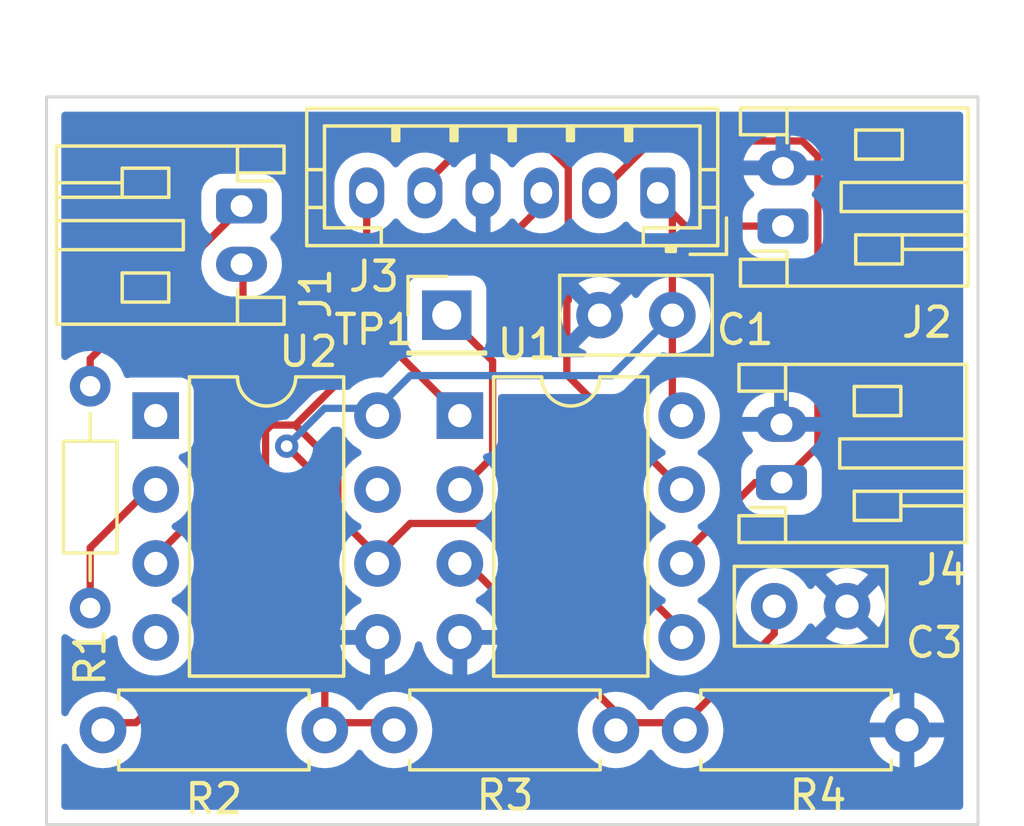
<source format=kicad_pcb>
(kicad_pcb (version 20211014) (generator pcbnew)
  (title_block (title "cellmon") (date "11/4/2022") (rev "0") (comment 1 "First go"))
  (layers (0 "F.Cu" signal) (31 "B.Cu" signal) (34 "B.Paste" user) (35 "F.Paste" user) (36 "B.SilkS" user "B.Silkscreen") (37 "F.SilkS" user "F.Silkscreen") (38 "B.Mask" user) (39 "F.Mask" user) (44 "Edge.Cuts" user))
  (net 0 "")
  (net 1 "VCC")
  (net 2 "GND")
  (net 3 "Net-(J1-Pad1)")
  (net 4 "Net-(J1-Pad2)")
  (net 5 "/Tx{slash}MISO")
  (net 6 "/RST")
  (net 7 "/SCK")
  (net 8 "/Rx{slash}MOSI")
  (net 9 "Net-(R1-Pad2)")
  (net 13 "Net-(C3-Pad1)")
  (net 14 "Net-(TP1-Pad1)")
  (footprint "Connector_JST:JST_PH_S2B-PH-K_1x02_P2.00mm_Horizontal" (layer "F.Cu") (at 145.25 73.25 90)
    (fp_text reference "J4" (at -3 5.5) (layer "F.SilkS"))
    (fp_text value "Conn_01x02_Male")
    (fp_line (start -0.3 4.1) (end -0.3 2.5) (layer "F.SilkS") (width 0.12))
    (fp_line (start -2.06 -1.46) (end -2.06 6.36) (layer "F.SilkS") (width 0.12))
    (fp_line (start 4.06 0.14) (end 3.14 0.14) (layer "F.SilkS") (width 0.12))
    (fp_line (start -1.14 0.14) (end -1.14 -1.46) (layer "F.SilkS") (width 0.12))
    (fp_line (start 2.3 2.5) (end 3.3 2.5) (layer "F.SilkS") (width 0.12))
    (fp_line (start 3.14 0.14) (end 2.86 0.14) (layer "F.SilkS") (width 0.12))
    (fp_line (start -0.86 0.14) (end -0.86 -1.075) (layer "F.SilkS") (width 0.12))
    (fp_line (start 3.3 2.5) (end 3.3 4.1) (layer "F.SilkS") (width 0.12))
    (fp_line (start 3.3 4.1) (end 2.3 4.1) (layer "F.SilkS") (width 0.12))
    (fp_line (start -0.86 0.14) (end -1.14 0.14) (layer "F.SilkS") (width 0.12))
    (fp_line (start -1.3 4.1) (end -0.3 4.1) (layer "F.SilkS") (width 0.12))
    (fp_line (start -1.3 2.5) (end -1.3 4.1) (layer "F.SilkS") (width 0.12))
    (fp_line (start 0.5 6.36) (end 0.5 2) (layer "F.SilkS") (width 0.12))
    (fp_line (start -0.3 4.1) (end -0.3 6.36) (layer "F.SilkS") (width 0.12))
    (fp_line (start 0.5 2) (end 1.5 2) (layer "F.SilkS") (width 0.12))
    (fp_line (start -1.14 -1.46) (end -2.06 -1.46) (layer "F.SilkS") (width 0.12))
    (fp_line (start 3.14 -1.46) (end 3.14 0.14) (layer "F.SilkS") (width 0.12))
    (fp_line (start 1.5 2) (end 1.5 6.36) (layer "F.SilkS") (width 0.12))
    (fp_line (start 4.06 6.36) (end 4.06 -1.46) (layer "F.SilkS") (width 0.12))
    (fp_line (start -2.06 0.14) (end -1.14 0.14) (layer "F.SilkS") (width 0.12))
    (fp_line (start -2.06 6.36) (end 4.06 6.36) (layer "F.SilkS") (width 0.12))
    (fp_line (start -0.3 2.5) (end -1.3 2.5) (layer "F.SilkS") (width 0.12))
    (fp_line (start -0.8 4.1) (end -0.8 6.36) (layer "F.SilkS") (width 0.12))
    (fp_line (start 2.3 4.1) (end 2.3 2.5) (layer "F.SilkS") (width 0.12))
    (fp_line (start 4.06 -1.46) (end 3.14 -1.46) (layer "F.SilkS") (width 0.12))
    (pad "1" thru_hole roundrect (at 0 0 90) (size 1.2 1.75) (drill 0.75) (layers *.Cu *.Mask) (roundrect_rratio 0.208333) (net 5 "/Tx{slash}MISO"))
    (pad "2" thru_hole oval (at 2 0 90) (size 1.2 1.75) (drill 0.75) (layers *.Cu *.Mask) (net 2 "GND"))
  )
  (footprint "Resistor_THT:R_Axial_DIN0207_L6.3mm_D2.5mm_P7.62mm_Horizontal" (layer "F.Cu") (at 141.94 81.75)
    (fp_text reference "R4" (at 4.56 2.25) (layer "F.SilkS"))
    (fp_text value "10K 1%")
    (fp_line (start 0.54 1.04) (end 0.54 1.37) (layer "F.SilkS") (width 0.12))
    (fp_line (start 0.54 -1.37) (end 7.08 -1.37) (layer "F.SilkS") (width 0.12))
    (fp_line (start 0.54 -1.04) (end 0.54 -1.37) (layer "F.SilkS") (width 0.12))
    (fp_line (start 0.54 1.37) (end 7.08 1.37) (layer "F.SilkS") (width 0.12))
    (fp_line (start 7.08 1.37) (end 7.08 1.04) (layer "F.SilkS") (width 0.12))
    (fp_line (start 7.08 -1.37) (end 7.08 -1.04) (layer "F.SilkS") (width 0.12))
    (pad "1" thru_hole circle (at 0 0) (size 1.6 1.6) (drill 0.8) (layers *.Cu *.Mask) (net 13 "Net-(C3-Pad1)"))
    (pad "2" thru_hole oval (at 7.62 0) (size 1.6 1.6) (drill 0.8) (layers *.Cu *.Mask) (net 2 "GND"))
  )
  (footprint "Package_DIP:DIP-8_W7.62mm" (layer "F.Cu") (at 123.75 70.95)
    (fp_text reference "U2" (at 5.25 -2.2) (layer "F.SilkS"))
    (fp_text value "6N136")
    (fp_line (start 6.46 8.95) (end 6.46 -1.33) (layer "F.SilkS") (width 0.12))
    (fp_line (start 6.46 -1.33) (end 4.81 -1.33) (layer "F.SilkS") (width 0.12))
    (fp_line (start 1.16 -1.33) (end 1.16 8.95) (layer "F.SilkS") (width 0.12))
    (fp_line (start 2.81 -1.33) (end 1.16 -1.33) (layer "F.SilkS") (width 0.12))
    (fp_line (start 1.16 8.95) (end 6.46 8.95) (layer "F.SilkS") (width 0.12))
    (fp_arc (start 4.81 -1.33) (mid 3.81 -0.33) (end 2.81 -1.33) (layer "F.SilkS") (width 0.12))
    (pad "1" thru_hole rect (at 0 0) (size 1.6 1.6) (drill 0.8) (layers *.Cu *.Mask))
    (pad "2" thru_hole oval (at 0 2.54) (size 1.6 1.6) (drill 0.8) (layers *.Cu *.Mask) (net 9 "Net-(R1-Pad2)"))
    (pad "3" thru_hole oval (at 0 5.08) (size 1.6 1.6) (drill 0.8) (layers *.Cu *.Mask) (net 4 "Net-(J1-Pad2)"))
    (pad "4" thru_hole oval (at 0 7.62) (size 1.6 1.6) (drill 0.8) (layers *.Cu *.Mask))
    (pad "5" thru_hole oval (at 7.62 7.62) (size 1.6 1.6) (drill 0.8) (layers *.Cu *.Mask) (net 2 "GND"))
    (pad "6" thru_hole oval (at 7.62 5.08) (size 1.6 1.6) (drill 0.8) (layers *.Cu *.Mask) (net 8 "/Rx{slash}MOSI"))
    (pad "7" thru_hole oval (at 7.62 2.54) (size 1.6 1.6) (drill 0.8) (layers *.Cu *.Mask))
    (pad "8" thru_hole oval (at 7.62 0) (size 1.6 1.6) (drill 0.8) (layers *.Cu *.Mask) (net 1 "VCC"))
  )
  (footprint "Capacitor_THT:C_Disc_D5.0mm_W2.5mm_P2.50mm" (layer "F.Cu") (at 145 77.5)
    (fp_text reference "C3" (at 5.5 1.25) (layer "F.SilkS"))
    (fp_text value "100nF")
    (fp_line (start 3.87 -1.37) (end 3.87 1.37) (layer "F.SilkS") (width 0.12))
    (fp_line (start -1.37 1.37) (end 3.87 1.37) (layer "F.SilkS") (width 0.12))
    (fp_line (start -1.37 -1.37) (end 3.87 -1.37) (layer "F.SilkS") (width 0.12))
    (fp_line (start -1.37 -1.37) (end -1.37 1.37) (layer "F.SilkS") (width 0.12))
    (pad "1" thru_hole circle (at 0 0) (size 1.6 1.6) (drill 0.8) (layers *.Cu *.Mask) (net 13 "Net-(C3-Pad1)"))
    (pad "2" thru_hole circle (at 2.5 0) (size 1.6 1.6) (drill 0.8) (layers *.Cu *.Mask) (net 2 "GND"))
  )
  (footprint "Connector_JST:JST_PH_B6B-PH-K_1x06_P2.00mm_Vertical" (layer "F.Cu") (at 141 63.3 180)
    (fp_text reference "J3" (at 9.75 -2.87) (layer "F.SilkS"))
    (fp_text value "Conn_01x06")
    (fp_line (start 2.9 1.8) (end 3.1 1.8) (layer "F.SilkS") (width 0.12))
    (fp_line (start 0.9 2.3) (end 0.9 1.8) (layer "F.SilkS") (width 0.12))
    (fp_line (start 9.1 1.8) (end 9.1 2.3) (layer "F.SilkS") (width 0.12))
    (fp_line (start -2.06 -0.5) (end -1.45 -0.5) (layer "F.SilkS") (width 0.12))
    (fp_line (start -2.06 2.91) (end 12.06 2.91) (layer "F.SilkS") (width 0.12))
    (fp_line (start 9.5 -1.2) (end 9.5 -1.81) (layer "F.SilkS") (width 0.12))
    (fp_line (start 1 2.3) (end 1 1.8) (layer "F.SilkS") (width 0.12))
    (fp_line (start -2.36 -2.11) (end -2.36 -0.86) (layer "F.SilkS") (width 0.12))
    (fp_line (start 12.06 -0.5) (end 11.45 -0.5) (layer "F.SilkS") (width 0.12))
    (fp_line (start 9 2.3) (end 9 1.8) (layer "F.SilkS") (width 0.12))
    (fp_line (start 5.1 1.8) (end 5.1 2.3) (layer "F.SilkS") (width 0.12))
    (fp_line (start 0.5 -1.81) (end 0.5 -1.2) (layer "F.SilkS") (width 0.12))
    (fp_line (start 7 2.3) (end 7 1.8) (layer "F.SilkS") (width 0.12))
    (fp_line (start 1.1 1.8) (end 1.1 2.3) (layer "F.SilkS") (width 0.12))
    (fp_line (start -2.06 -1.81) (end -2.06 2.91) (layer "F.SilkS") (width 0.12))
    (fp_line (start -0.6 -2.01) (end -0.6 -1.81) (layer "F.SilkS") (width 0.12))
    (fp_line (start 6.9 2.3) (end 6.9 1.8) (layer "F.SilkS") (width 0.12))
    (fp_line (start -1.11 -2.11) (end -2.36 -2.11) (layer "F.SilkS") (width 0.12))
    (fp_line (start 3.1 1.8) (end 3.1 2.3) (layer "F.SilkS") (width 0.12))
    (fp_line (start 8.9 1.8) (end 9.1 1.8) (layer "F.SilkS") (width 0.12))
    (fp_line (start -0.3 -1.81) (end -0.3 -2.01) (layer "F.SilkS") (width 0.12))
    (fp_line (start 11.45 -1.2) (end 9.5 -1.2) (layer "F.SilkS") (width 0.12))
    (fp_line (start 12.06 2.91) (end 12.06 -1.81) (layer "F.SilkS") (width 0.12))
    (fp_line (start 8.9 2.3) (end 8.9 1.8) (layer "F.SilkS") (width 0.12))
    (fp_line (start 12.06 -1.81) (end -2.06 -1.81) (layer "F.SilkS") (width 0.12))
    (fp_line (start -0.3 -1.91) (end -0.6 -1.91) (layer "F.SilkS") (width 0.12))
    (fp_line (start 4.9 1.8) (end 5.1 1.8) (layer "F.SilkS") (width 0.12))
    (fp_line (start 5 2.3) (end 5 1.8) (layer "F.SilkS") (width 0.12))
    (fp_line (start 3 2.3) (end 3 1.8) (layer "F.SilkS") (width 0.12))
    (fp_line (start 2.9 2.3) (end 2.9 1.8) (layer "F.SilkS") (width 0.12))
    (fp_line (start 7.1 1.8) (end 7.1 2.3) (layer "F.SilkS") (width 0.12))
    (fp_line (start -2.06 0.8) (end -1.45 0.8) (layer "F.SilkS") (width 0.12))
    (fp_line (start 4.9 2.3) (end 4.9 1.8) (layer "F.SilkS") (width 0.12))
    (fp_line (start -1.45 2.3) (end 11.45 2.3) (layer "F.SilkS") (width 0.12))
    (fp_line (start 6.9 1.8) (end 7.1 1.8) (layer "F.SilkS") (width 0.12))
    (fp_line (start 0.9 1.8) (end 1.1 1.8) (layer "F.SilkS") (width 0.12))
    (fp_line (start 11.45 2.3) (end 11.45 -1.2) (layer "F.SilkS") (width 0.12))
    (fp_line (start 0.5 -1.2) (end -1.45 -1.2) (layer "F.SilkS") (width 0.12))
    (fp_line (start -1.45 -1.2) (end -1.45 2.3) (layer "F.SilkS") (width 0.12))
    (fp_line (start 12.06 0.8) (end 11.45 0.8) (layer "F.SilkS") (width 0.12))
    (fp_line (start -0.3 -2.01) (end -0.6 -2.01) (layer "F.SilkS") (width 0.12))
    (pad "1" thru_hole roundrect (at 0 0 180) (size 1.2 1.75) (drill 0.75) (layers *.Cu *.Mask) (roundrect_rratio 0.208333) (net 1 "VCC"))
    (pad "2" thru_hole oval (at 2 0 180) (size 1.2 1.75) (drill 0.75) (layers *.Cu *.Mask) (net 5 "/Tx{slash}MISO"))
    (pad "3" thru_hole oval (at 4 0 180) (size 1.2 1.75) (drill 0.75) (layers *.Cu *.Mask) (net 6 "/RST"))
    (pad "4" thru_hole oval (at 6 0 180) (size 1.2 1.75) (drill 0.75) (layers *.Cu *.Mask) (net 2 "GND"))
    (pad "5" thru_hole oval (at 8 0 180) (size 1.2 1.75) (drill 0.75) (layers *.Cu *.Mask) (net 7 "/SCK"))
    (pad "6" thru_hole oval (at 10 0 180) (size 1.2 1.75) (drill 0.75) (layers *.Cu *.Mask) (net 8 "/Rx{slash}MOSI"))
  )
  (footprint "Connector_JST:JST_PH_S2B-PH-K_1x02_P2.00mm_Horizontal" (layer "F.Cu") (at 145.3 64.44 90)
    (fp_text reference "J2" (at -3.31 4.95 180) (layer "F.SilkS"))
    (fp_text value "Conn_01x02_Male")
    (fp_line (start 2.3 2.5) (end 3.3 2.5) (layer "F.SilkS") (width 0.12))
    (fp_line (start 0.5 6.36) (end 0.5 2) (layer "F.SilkS") (width 0.12))
    (fp_line (start -1.3 4.1) (end -0.3 4.1) (layer "F.SilkS") (width 0.12))
    (fp_line (start 4.06 6.36) (end 4.06 -1.46) (layer "F.SilkS") (width 0.12))
    (fp_line (start 3.3 4.1) (end 2.3 4.1) (layer "F.SilkS") (width 0.12))
    (fp_line (start -0.3 4.1) (end -0.3 2.5) (layer "F.SilkS") (width 0.12))
    (fp_line (start 0.5 2) (end 1.5 2) (layer "F.SilkS") (width 0.12))
    (fp_line (start -2.06 -1.46) (end -2.06 6.36) (layer "F.SilkS") (width 0.12))
    (fp_line (start -0.8 4.1) (end -0.8 6.36) (layer "F.SilkS") (width 0.12))
    (fp_line (start 4.06 -1.46) (end 3.14 -1.46) (layer "F.SilkS") (width 0.12))
    (fp_line (start -0.3 2.5) (end -1.3 2.5) (layer "F.SilkS") (width 0.12))
    (fp_line (start 3.14 0.14) (end 2.86 0.14) (layer "F.SilkS") (width 0.12))
    (fp_line (start 4.06 0.14) (end 3.14 0.14) (layer "F.SilkS") (width 0.12))
    (fp_line (start -0.86 0.14) (end -1.14 0.14) (layer "F.SilkS") (width 0.12))
    (fp_line (start -1.14 -1.46) (end -2.06 -1.46) (layer "F.SilkS") (width 0.12))
    (fp_line (start -0.3 4.1) (end -0.3 6.36) (layer "F.SilkS") (width 0.12))
    (fp_line (start -2.06 6.36) (end 4.06 6.36) (layer "F.SilkS") (width 0.12))
    (fp_line (start -1.3 2.5) (end -1.3 4.1) (layer "F.SilkS") (width 0.12))
    (fp_line (start 3.3 2.5) (end 3.3 4.1) (layer "F.SilkS") (width 0.12))
    (fp_line (start 2.3 4.1) (end 2.3 2.5) (layer "F.SilkS") (width 0.12))
    (fp_line (start -0.86 0.14) (end -0.86 -1.075) (layer "F.SilkS") (width 0.12))
    (fp_line (start 1.5 2) (end 1.5 6.36) (layer "F.SilkS") (width 0.12))
    (fp_line (start 3.14 -1.46) (end 3.14 0.14) (layer "F.SilkS") (width 0.12))
    (fp_line (start -2.06 0.14) (end -1.14 0.14) (layer "F.SilkS") (width 0.12))
    (fp_line (start -1.14 0.14) (end -1.14 -1.46) (layer "F.SilkS") (width 0.12))
    (pad "1" thru_hole roundrect (at 0 0 90) (size 1.2 1.75) (drill 0.75) (layers *.Cu *.Mask) (roundrect_rratio 0.208333) (net 1 "VCC"))
    (pad "2" thru_hole oval (at 2 0 90) (size 1.2 1.75) (drill 0.75) (layers *.Cu *.Mask) (net 2 "GND"))
  )
  (footprint "Capacitor_THT:C_Disc_D5.0mm_W2.5mm_P2.50mm" (layer "F.Cu") (at 141.5 67.5 180)
    (fp_text reference "C1" (at -2.5 -0.5) (layer "F.SilkS"))
    (fp_text value "10uF")
    (fp_line (start -1.37 -1.37) (end -1.37 1.37) (layer "F.SilkS") (width 0.12))
    (fp_line (start -1.37 1.37) (end 3.87 1.37) (layer "F.SilkS") (width 0.12))
    (fp_line (start -1.37 -1.37) (end 3.87 -1.37) (layer "F.SilkS") (width 0.12))
    (fp_line (start 3.87 -1.37) (end 3.87 1.37) (layer "F.SilkS") (width 0.12))
    (pad "1" thru_hole circle (at 0 0 180) (size 1.6 1.6) (drill 0.8) (layers *.Cu *.Mask) (net 1 "VCC"))
    (pad "2" thru_hole circle (at 2.5 0 180) (size 1.6 1.6) (drill 0.8) (layers *.Cu *.Mask) (net 2 "GND"))
  )
  (footprint "Resistor_THT:R_Axial_DIN0207_L6.3mm_D2.5mm_P7.62mm_Horizontal" (layer "F.Cu") (at 129.56 81.75 180)
    (fp_text reference "R2" (at 3.81 -2.37 180) (layer "F.SilkS"))
    (fp_text value "10K")
    (fp_line (start 0.54 1.04) (end 0.54 1.37) (layer "F.SilkS") (width 0.12))
    (fp_line (start 7.08 -1.37) (end 7.08 -1.04) (layer "F.SilkS") (width 0.12))
    (fp_line (start 7.08 1.37) (end 7.08 1.04) (layer "F.SilkS") (width 0.12))
    (fp_line (start 0.54 -1.37) (end 7.08 -1.37) (layer "F.SilkS") (width 0.12))
    (fp_line (start 0.54 1.37) (end 7.08 1.37) (layer "F.SilkS") (width 0.12))
    (fp_line (start 0.54 -1.04) (end 0.54 -1.37) (layer "F.SilkS") (width 0.12))
    (pad "1" thru_hole circle (at 0 0 180) (size 1.6 1.6) (drill 0.8) (layers *.Cu *.Mask) (net 1 "VCC"))
    (pad "2" thru_hole oval (at 7.62 0 180) (size 1.6 1.6) (drill 0.8) (layers *.Cu *.Mask) (net 8 "/Rx{slash}MOSI"))
  )
  (footprint "Resistor_THT:R_Axial_DIN0204_L3.6mm_D1.6mm_P7.62mm_Horizontal" (layer "F.Cu") (at 121.5 69.94 -90)
    (fp_text reference "R1" (at 9.31 0 90) (layer "F.SilkS"))
    (fp_text value "2K2")
    (fp_line (start 5.73 0.92) (end 5.73 -0.92) (layer "F.SilkS") (width 0.12))
    (fp_line (start 5.73 -0.92) (end 1.89 -0.92) (layer "F.SilkS") (width 0.12))
    (fp_line (start 1.89 0.92) (end 5.73 0.92) (layer "F.SilkS") (width 0.12))
    (fp_line (start 6.68 0) (end 5.73 0) (layer "F.SilkS") (width 0.12))
    (fp_line (start 0.94 0) (end 1.89 0) (layer "F.SilkS") (width 0.12))
    (fp_line (start 1.89 -0.92) (end 1.89 0.92) (layer "F.SilkS") (width 0.12))
    (pad "1" thru_hole circle (at 0 0 270) (size 1.4 1.4) (drill 0.7) (layers *.Cu *.Mask) (net 3 "Net-(J1-Pad1)"))
    (pad "2" thru_hole oval (at 7.62 0 270) (size 1.4 1.4) (drill 0.7) (layers *.Cu *.Mask) (net 9 "Net-(R1-Pad2)"))
  )
  (footprint "Connector_JST:JST_PH_S2B-PH-K_1x02_P2.00mm_Horizontal" (layer "F.Cu") (at 126.7 63.75 -90)
    (fp_text reference "J1" (at 3 -2.55 -90) (layer "F.SilkS"))
    (fp_text value "Conn_01x02_Male")
    (fp_line (start -1.14 0.14) (end -1.14 -1.46) (layer "F.SilkS") (width 0.12))
    (fp_line (start -1.14 -1.46) (end -2.06 -1.46) (layer "F.SilkS") (width 0.12))
    (fp_line (start 2.3 4.1) (end 2.3 2.5) (layer "F.SilkS") (width 0.12))
    (fp_line (start 4.06 6.36) (end 4.06 -1.46) (layer "F.SilkS") (width 0.12))
    (fp_line (start 0.5 2) (end 1.5 2) (layer "F.SilkS") (width 0.12))
    (fp_line (start 3.3 2.5) (end 3.3 4.1) (layer "F.SilkS") (width 0.12))
    (fp_line (start -0.3 2.5) (end -1.3 2.5) (layer "F.SilkS") (width 0.12))
    (fp_line (start -2.06 0.14) (end -1.14 0.14) (layer "F.SilkS") (width 0.12))
    (fp_line (start -0.3 4.1) (end -0.3 2.5) (layer "F.SilkS") (width 0.12))
    (fp_line (start 3.14 0.14) (end 2.86 0.14) (layer "F.SilkS") (width 0.12))
    (fp_line (start 2.3 2.5) (end 3.3 2.5) (layer "F.SilkS") (width 0.12))
    (fp_line (start -0.86 0.14) (end -1.14 0.14) (layer "F.SilkS") (width 0.12))
    (fp_line (start 4.06 -1.46) (end 3.14 -1.46) (layer "F.SilkS") (width 0.12))
    (fp_line (start 3.14 -1.46) (end 3.14 0.14) (layer "F.SilkS") (width 0.12))
    (fp_line (start -0.8 4.1) (end -0.8 6.36) (layer "F.SilkS") (width 0.12))
    (fp_line (start -2.06 6.36) (end 4.06 6.36) (layer "F.SilkS") (width 0.12))
    (fp_line (start 3.3 4.1) (end 2.3 4.1) (layer "F.SilkS") (width 0.12))
    (fp_line (start -1.3 2.5) (end -1.3 4.1) (layer "F.SilkS") (width 0.12))
    (fp_line (start -2.06 -1.46) (end -2.06 6.36) (layer "F.SilkS") (width 0.12))
    (fp_line (start 0.5 6.36) (end 0.5 2) (layer "F.SilkS") (width 0.12))
    (fp_line (start 1.5 2) (end 1.5 6.36) (layer "F.SilkS") (width 0.12))
    (fp_line (start -0.3 4.1) (end -0.3 6.36) (layer "F.SilkS") (width 0.12))
    (fp_line (start -0.86 0.14) (end -0.86 -1.075) (layer "F.SilkS") (width 0.12))
    (fp_line (start -1.3 4.1) (end -0.3 4.1) (layer "F.SilkS") (width 0.12))
    (fp_line (start 4.06 0.14) (end 3.14 0.14) (layer "F.SilkS") (width 0.12))
    (pad "1" thru_hole roundrect (at 0 0 270) (size 1.2 1.75) (drill 0.75) (layers *.Cu *.Mask) (roundrect_rratio 0.208333) (net 3 "Net-(J1-Pad1)"))
    (pad "2" thru_hole oval (at 2 0 270) (size 1.2 1.75) (drill 0.75) (layers *.Cu *.Mask) (net 4 "Net-(J1-Pad2)"))
  )
  (footprint "Resistor_THT:R_Axial_DIN0207_L6.3mm_D2.5mm_P7.62mm_Horizontal" (layer "F.Cu") (at 131.94 81.75)
    (fp_text reference "R3" (at 3.81 2.25) (layer "F.SilkS"))
    (fp_text value "33K 1%")
    (fp_line (start 0.54 1.04) (end 0.54 1.37) (layer "F.SilkS") (width 0.12))
    (fp_line (start 0.54 -1.04) (end 0.54 -1.37) (layer "F.SilkS") (width 0.12))
    (fp_line (start 0.54 -1.37) (end 7.08 -1.37) (layer "F.SilkS") (width 0.12))
    (fp_line (start 0.54 1.37) (end 7.08 1.37) (layer "F.SilkS") (width 0.12))
    (fp_line (start 7.08 1.37) (end 7.08 1.04) (layer "F.SilkS") (width 0.12))
    (fp_line (start 7.08 -1.37) (end 7.08 -1.04) (layer "F.SilkS") (width 0.12))
    (pad "1" thru_hole circle (at 0 0) (size 1.6 1.6) (drill 0.8) (layers *.Cu *.Mask) (net 1 "VCC"))
    (pad "2" thru_hole oval (at 7.62 0) (size 1.6 1.6) (drill 0.8) (layers *.Cu *.Mask) (net 13 "Net-(C3-Pad1)"))
  )
  (footprint "Package_DIP:DIP-8_W7.62mm" (layer "F.Cu") (at 134.2 70.95)
    (fp_text reference "U1" (at 2.3 -2.45) (layer "F.SilkS"))
    (fp_text value "ATtiny85V-10S")
    (fp_line (start 1.16 -1.33) (end 1.16 8.95) (layer "F.SilkS") (width 0.12))
    (fp_line (start 6.46 8.95) (end 6.46 -1.33) (layer "F.SilkS") (width 0.12))
    (fp_line (start 2.81 -1.33) (end 1.16 -1.33) (layer "F.SilkS") (width 0.12))
    (fp_line (start 6.46 -1.33) (end 4.81 -1.33) (layer "F.SilkS") (width 0.12))
    (fp_line (start 1.16 8.95) (end 6.46 8.95) (layer "F.SilkS") (width 0.12))
    (fp_arc (start 4.81 -1.33) (mid 3.81 -0.33) (end 2.81 -1.33) (layer "F.SilkS") (width 0.12))
    (pad "1" thru_hole rect (at 0 0) (size 1.6 1.6) (drill 0.8) (layers *.Cu *.Mask) (net 6 "/RST"))
    (pad "2" thru_hole oval (at 0 2.54) (size 1.6 1.6) (drill 0.8) (layers *.Cu *.Mask) (net 14 "Net-(TP1-Pad1)"))
    (pad "3" thru_hole oval (at 0 5.08) (size 1.6 1.6) (drill 0.8) (layers *.Cu *.Mask) (net 13 "Net-(C3-Pad1)"))
    (pad "4" thru_hole oval (at 0 7.62) (size 1.6 1.6) (drill 0.8) (layers *.Cu *.Mask) (net 2 "GND"))
    (pad "5" thru_hole oval (at 7.62 7.62) (size 1.6 1.6) (drill 0.8) (layers *.Cu *.Mask) (net 8 "/Rx{slash}MOSI"))
    (pad "6" thru_hole oval (at 7.62 5.08) (size 1.6 1.6) (drill 0.8) (layers *.Cu *.Mask) (net 5 "/Tx{slash}MISO"))
    (pad "7" thru_hole oval (at 7.62 2.54) (size 1.6 1.6) (drill 0.8) (layers *.Cu *.Mask) (net 7 "/SCK"))
    (pad "8" thru_hole oval (at 7.62 0) (size 1.6 1.6) (drill 0.8) (layers *.Cu *.Mask) (net 1 "VCC"))
  )
  (footprint "Connector_PinHeader_2.54mm:PinHeader_1x01_P2.54mm_Vertical" (layer "F.Cu") (at 133.75 67.5)
    (fp_text reference "TP1" (at -2.5 0.5) (layer "F.SilkS"))
    (fp_text value "TestPoint")
    (fp_line (start -1.33 0) (end -1.33 -1.33) (layer "F.SilkS") (width 0.12))
    (fp_line (start -1.33 1.27) (end 1.33 1.27) (layer "F.SilkS") (width 0.12))
    (fp_line (start 1.33 1.27) (end 1.33 1.33) (layer "F.SilkS") (width 0.12))
    (fp_line (start -1.33 1.33) (end 1.33 1.33) (layer "F.SilkS") (width 0.12))
    (fp_line (start -1.33 1.27) (end -1.33 1.33) (layer "F.SilkS") (width 0.12))
    (fp_line (start -1.33 -1.33) (end 0 -1.33) (layer "F.SilkS") (width 0.12))
    (pad "1" thru_hole rect (at 0 0) (size 1.7 1.7) (drill 1) (layers *.Cu *.Mask) (net 14 "Net-(TP1-Pad1)"))
  )
  (gr_rect (start 120 60) (end 152 85) (layer "Edge.Cuts") (width 0.1) (fill none))
  (segment (start 141.5 70.38) (end 141.82 70.7) (width 0.25) (layer "F.Cu") (net 1))
  (segment (start 145.25 64.44) (end 141.95 64.44) (width 0.25) (layer "F.Cu") (net 1))
  (segment (start 141.5 63.99) (end 141.5 67.5) (width 0.25) (layer "F.Cu") (net 1))
  (segment (start 141.5 67.5) (end 141.5 70.38) (width 0.25) (layer "F.Cu") (net 1))
  (segment (start 141 63.49) (end 141.95 64.44) (width 0.25) (layer "F.Cu") (net 1))
  (segment (start 129.56 73.31) (end 129.56 81.5) (width 0.25) (layer "F.Cu") (net 1))
  (segment (start 128.25 72) (end 129.56 73.31) (width 0.25) (layer "F.Cu") (net 1))
  (segment (start 129.56 81.5) (end 131.94 81.5) (width 0.25) (layer "F.Cu") (net 1))
  (via (at 128.25 72) (size 0.8) (drill 0.4) (layers "F.Cu" "B.Cu") (net 1))
  (segment (start 132.494511 69.575489) (end 131.37 70.7) (width 0.25) (layer "B.Cu") (net 1))
  (segment (start 129.55 70.7) (end 128.25 72) (width 0.25) (layer "B.Cu") (net 1))
  (segment (start 131.37 70.7) (end 129.55 70.7) (width 0.25) (layer "B.Cu") (net 1))
  (segment (start 141.5 67.5) (end 139.424511 69.575489) (width 0.25) (layer "B.Cu") (net 1))
  (segment (start 139.424511 69.575489) (end 132.494511 69.575489) (width 0.25) (layer "B.Cu") (net 1))
  (segment (start 149.56 79.56) (end 147.5 77.5) (width 0.25) (layer "F.Cu") (net 2))
  (segment (start 149.56 81.5) (end 149.56 79.56) (width 0.25) (layer "F.Cu") (net 2))
  (segment (start 126.75 63.75) (end 121.5 69) (width 0.25) (layer "F.Cu") (net 3))
  (segment (start 121.5 69) (end 121.5 69.94) (width 0.25) (layer "F.Cu") (net 3))
  (segment (start 126.75 65.75) (end 126.75 72.78) (width 0.25) (layer "F.Cu") (net 4))
  (segment (start 126.75 72.78) (end 123.75 75.78) (width 0.25) (layer "F.Cu") (net 4))
  (segment (start 139 63.3) (end 140.78452 61.51548) (width 0.25) (layer "F.Cu") (net 5))
  (segment (start 146.5 72) (end 145.25 73.25) (width 0.25) (layer "F.Cu") (net 5))
  (segment (start 140.78452 61.51548) (end 145.96548 61.51548) (width 0.25) (layer "F.Cu") (net 5))
  (segment (start 146.5 62.05) (end 146.5 72) (width 0.25) (layer "F.Cu") (net 5))
  (segment (start 145.96548 61.51548) (end 146.5 62.05) (width 0.25) (layer "F.Cu") (net 5))
  (segment (start 144.35 73.25) (end 145.25 73.25) (width 0.25) (layer "F.Cu") (net 5))
  (segment (start 141.82 75.78) (end 144.35 73.25) (width 0.25) (layer "F.Cu") (net 5))
  (segment (start 137 63.75) (end 135.25 65.5) (width 0.25) (layer "F.Cu") (net 6))
  (segment (start 135.25 65.5) (end 132.75 65.5) (width 0.25) (layer "F.Cu") (net 6))
  (segment (start 132.25 69) (end 134.2 70.95) (width 0.25) (layer "F.Cu") (net 6))
  (segment (start 132.25 66) (end 132.25 69) (width 0.25) (layer "F.Cu") (net 6))
  (segment (start 137 63.3) (end 137 63.75) (width 0.25) (layer "F.Cu") (net 6))
  (segment (start 132.75 65.5) (end 132.25 66) (width 0.25) (layer "F.Cu") (net 6))
  (segment (start 134.25 61.75) (end 137.25 61.75) (width 0.25) (layer "F.Cu") (net 7))
  (segment (start 137.92452 66.98518) (end 137.875489 67.034211) (width 0.25) (layer "F.Cu") (net 7))
  (segment (start 137.875489 67.034211) (end 137.875489 69.545489) (width 0.25) (layer "F.Cu") (net 7))
  (segment (start 137.875489 69.545489) (end 141.82 73.49) (width 0.25) (layer "F.Cu") (net 7))
  (segment (start 133 63) (end 134.25 61.75) (width 0.25) (layer "F.Cu") (net 7))
  (segment (start 133 63.3) (end 133 63) (width 0.25) (layer "F.Cu") (net 7))
  (segment (start 137.92452 62.42452) (end 137.92452 66.98518) (width 0.25) (layer "F.Cu") (net 7))
  (segment (start 137.25 61.75) (end 137.92452 62.42452) (width 0.25) (layer "F.Cu") (net 7))
  (segment (start 130.00952 72.734906) (end 130.00952 74.41952) (width 0.25) (layer "F.Cu") (net 8))
  (segment (start 132.494511 74.655489) (end 138.155489 74.655489) (width 0.25) (layer "F.Cu") (net 8))
  (segment (start 128.550103 71.275489) (end 130.00952 72.734906) (width 0.25) (layer "F.Cu") (net 8))
  (segment (start 127.525489 71.474511) (end 127.724511 71.275489) (width 0.25) (layer "F.Cu") (net 8))
  (segment (start 123.07137 81.5) (end 127.525489 77.045881) (width 0.25) (layer "F.Cu") (net 8))
  (segment (start 131.37 75.78) (end 132.494511 74.655489) (width 0.25) (layer "F.Cu") (net 8))
  (segment (start 121.94 81.5) (end 123.07137 81.5) (width 0.25) (layer "F.Cu") (net 8))
  (segment (start 130.00952 74.41952) (end 131.37 75.78) (width 0.25) (layer "F.Cu") (net 8))
  (segment (start 131 63.3) (end 131 68.825592) (width 0.25) (layer "F.Cu") (net 8))
  (segment (start 127.724511 71.275489) (end 128.550103 71.275489) (width 0.25) (layer "F.Cu") (net 8))
  (segment (start 131 68.825592) (end 128.550103 71.275489) (width 0.25) (layer "F.Cu") (net 8))
  (segment (start 127.525489 77.045881) (end 127.525489 71.474511) (width 0.25) (layer "F.Cu") (net 8))
  (segment (start 138.155489 74.655489) (end 141.82 78.32) (width 0.25) (layer "F.Cu") (net 8))
  (segment (start 123.75 73.24) (end 121.5 75.49) (width 0.25) (layer "F.Cu") (net 9))
  (segment (start 121.5 75.49) (end 121.5 77.56) (width 0.25) (layer "F.Cu") (net 9))
  (segment (start 134.2 75.78) (end 139.56 81.14) (width 0.25) (layer "F.Cu") (net 13))
  (segment (start 139.56 81.14) (end 139.56 81.5) (width 0.25) (layer "F.Cu") (net 13))
  (segment (start 145 78.44) (end 145 77.5) (width 0.25) (layer "F.Cu") (net 13))
  (segment (start 141.94 81.5) (end 139.56 81.5) (width 0.25) (layer "F.Cu") (net 13))
  (segment (start 141.94 81.5) (end 145 78.44) (width 0.25) (layer "F.Cu") (net 13))
  (segment (start 135.324511 72.365489) (end 135.324511 69.074511) (width 0.25) (layer "F.Cu") (net 14))
  (segment (start 134.2 73.49) (end 135.324511 72.365489) (width 0.25) (layer "F.Cu") (net 14))
  (segment (start 135.324511 69.074511) (end 133.75 67.5) (width 0.25) (layer "F.Cu") (net 14))
  (zone (net 2) (net_name "GND") (layer "B.Cu") (connect_pads (clearance 0.508)) (min_thickness 0.254) (fill yes (thermal_gap 0.508) (thermal_bridge_width 0.508))
    (polygon (pts (xy 151.5 84.5) (xy 120.5 84.5) (xy 120.5 60.5) (xy 151.5 60.5)))
  )
)
</source>
